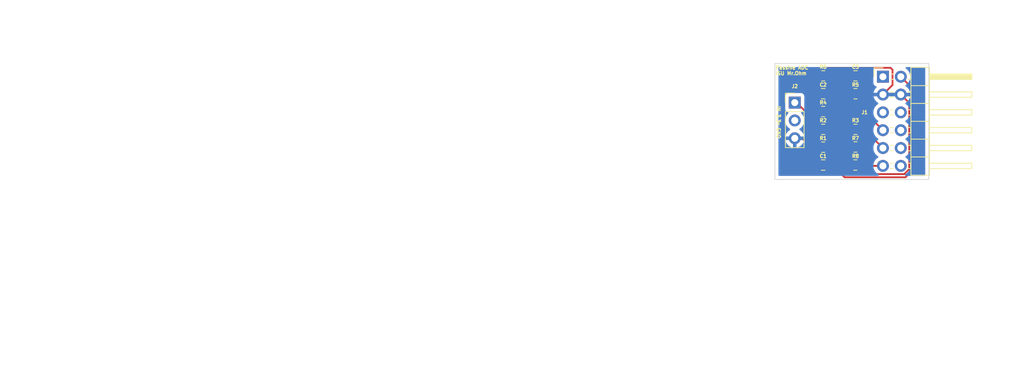
<source format=kicad_pcb>
(kicad_pcb (version 20211014) (generator pcbnew)
  (layers (0 "F.Cu" signal) (1 "In1.Cu" signal) (2 "In2.Cu" signal) (31 "B.Cu" signal) (34 "B.Paste" user) (35 "F.Paste" user) (36 "B.SilkS" user "B.Silkscreen") (37 "F.SilkS" user "F.Silkscreen") (38 "B.Mask" user) (39 "F.Mask" user) (44 "Edge.Cuts" user))
  (net 0 "")
  (net 1 "Net-(C1-Pad1)")
  (net 2 "GND")
  (net 3 "Net-(C2-Pad1)")
  (net 4 "Net-(C3-Pad2)")
  (net 5 "/3.3V")
  (net 9 "/FPGA-OUT")
  (net 11 "/FPGA-IN")
  (net 13 "/Sensor-IN")
  (net 14 "Net-(R2-Pad2)")
  (net 15 "/FPGA-REF")
  (footprint "Capacitor_SMD:C_0805_2012Metric_Pad1.18x1.45mm_HandSolder" (layer "F.Cu") (at 148.0605 79.248 180)
    (fp_text reference "C2" (at 0 1.27) (layer "F.SilkS") (effects (font (size 0.5 0.5) (thickness 0.125))))
    (fp_text value "470p")
    (fp_line (start -0.261252 -0.735) (end 0.261252 -0.735) (layer "F.SilkS") (width 0.12))
    (fp_line (start -0.261252 0.735) (end 0.261252 0.735) (layer "F.SilkS") (width 0.12))
    (pad "1" smd roundrect (at -1.0375 0 180) (size 1.175 1.45) (layers "F.Cu" "F.Paste" "F.Mask") (roundrect_rratio 0.2127659574) (net 3 "Net-(C2-Pad1)"))
    (pad "2" smd roundrect (at 1.0375 0 180) (size 1.175 1.45) (layers "F.Cu" "F.Paste" "F.Mask") (roundrect_rratio 0.2127659574) (net 2 "GND"))
  )
  (footprint "Resistor_SMD:R_0805_2012Metric_Pad1.20x1.40mm_HandSolder" (layer "F.Cu") (at 152.654 79.248)
    (fp_text reference "R5" (at 0 -1.27) (layer "F.SilkS") (effects (font (size 0.5 0.5) (thickness 0.125))))
    (fp_text value "8k")
    (fp_line (start -0.227064 0.735) (end 0.227064 0.735) (layer "F.SilkS") (width 0.12))
    (fp_line (start -0.227064 -0.735) (end 0.227064 -0.735) (layer "F.SilkS") (width 0.12))
    (pad "1" smd roundrect (at -1 0) (size 1.2 1.4) (layers "F.Cu" "F.Paste" "F.Mask") (roundrect_rratio 0.2083333333) (net 3 "Net-(C2-Pad1)"))
    (pad "2" smd roundrect (at 1 0) (size 1.2 1.4) (layers "F.Cu" "F.Paste" "F.Mask") (roundrect_rratio 0.2083333333) (net 9 "/FPGA-OUT"))
  )
  (footprint "Resistor_SMD:R_0805_2012Metric_Pad1.20x1.40mm_HandSolder" (layer "F.Cu") (at 152.654 84.328 180)
    (fp_text reference "R3" (at 0 1.27) (layer "F.SilkS") (effects (font (size 0.5 0.5) (thickness 0.125))))
    (fp_text value "15k")
    (fp_line (start -0.227064 -0.735) (end 0.227064 -0.735) (layer "F.SilkS") (width 0.12))
    (fp_line (start -0.227064 0.735) (end 0.227064 0.735) (layer "F.SilkS") (width 0.12))
    (pad "1" smd roundrect (at -1 0 180) (size 1.2 1.4) (layers "F.Cu" "F.Paste" "F.Mask") (roundrect_rratio 0.2083333333) (net 11 "/FPGA-IN"))
    (pad "2" smd roundrect (at 1 0 180) (size 1.2 1.4) (layers "F.Cu" "F.Paste" "F.Mask") (roundrect_rratio 0.2083333333) (net 14 "Net-(R2-Pad2)"))
  )
  (footprint "Resistor_SMD:R_0805_2012Metric_Pad1.20x1.40mm_HandSolder" (layer "F.Cu") (at 148.0765 76.708)
    (fp_text reference "R6" (at -0.016 -1.27) (layer "F.SilkS") (effects (font (size 0.5 0.5) (thickness 0.125))))
    (fp_text value "1.1k")
    (fp_line (start -0.227064 -0.735) (end 0.227064 -0.735) (layer "F.SilkS") (width 0.12))
    (fp_line (start -0.227064 0.735) (end 0.227064 0.735) (layer "F.SilkS") (width 0.12))
    (pad "1" smd roundrect (at -1 0) (size 1.2 1.4) (layers "F.Cu" "F.Paste" "F.Mask") (roundrect_rratio 0.2083333333) (net 2 "GND"))
    (pad "2" smd roundrect (at 1 0) (size 1.2 1.4) (layers "F.Cu" "F.Paste" "F.Mask") (roundrect_rratio 0.2083333333) (net 4 "Net-(C3-Pad2)"))
  )
  (footprint "Connector_PinHeader_2.54mm:PinHeader_1x03_P2.54mm_Vertical" (layer "F.Cu") (at 144.018 80.518)
    (fp_text reference "J2" (at 0 -2.33) (layer "F.SilkS") (effects (font (size 0.5 0.5) (thickness 0.125))))
    (fp_text value "ADC Terminal")
    (fp_line (start -1.33 1.27) (end -1.33 6.41) (layer "F.SilkS") (width 0.12))
    (fp_line (start -1.33 1.27) (end 1.33 1.27) (layer "F.SilkS") (width 0.12))
    (fp_line (start -1.33 -1.33) (end 0 -1.33) (layer "F.SilkS") (width 0.12))
    (fp_line (start 1.33 1.27) (end 1.33 6.41) (layer "F.SilkS") (width 0.12))
    (fp_line (start -1.33 6.41) (end 1.33 6.41) (layer "F.SilkS") (width 0.12))
    (fp_line (start -1.33 0) (end -1.33 -1.33) (layer "F.SilkS") (width 0.12))
    (pad "1" thru_hole rect (at 0 0) (size 1.7 1.7) (drill 1) (layers *.Cu *.Mask) (net 13 "/Sensor-IN"))
    (pad "2" thru_hole oval (at 0 2.54) (size 1.7 1.7) (drill 1) (layers *.Cu *.Mask) (net 5 "/3.3V"))
    (pad "3" thru_hole oval (at 0 5.08) (size 1.7 1.7) (drill 1) (layers *.Cu *.Mask) (net 2 "GND"))
  )
  (footprint "Resistor_SMD:R_0805_2012Metric_Pad1.20x1.40mm_HandSolder" (layer "F.Cu") (at 152.654 86.84)
    (fp_text reference "R7" (at 0 -1.242) (layer "F.SilkS") (effects (font (size 0.5 0.5) (thickness 0.125))))
    (fp_text value "6.8k")
    (fp_line (start -0.227064 0.735) (end 0.227064 0.735) (layer "F.SilkS") (width 0.12))
    (fp_line (start -0.227064 -0.735) (end 0.227064 -0.735) (layer "F.SilkS") (width 0.12))
    (pad "1" smd roundrect (at -1 0) (size 1.2 1.4) (layers "F.Cu" "F.Paste" "F.Mask") (roundrect_rratio 0.2083333333) (net 5 "/3.3V"))
    (pad "2" smd roundrect (at 1 0) (size 1.2 1.4) (layers "F.Cu" "F.Paste" "F.Mask") (roundrect_rratio 0.2083333333) (net 15 "/FPGA-REF"))
  )
  (footprint "Resistor_SMD:R_0805_2012Metric_Pad1.20x1.40mm_HandSolder" (layer "F.Cu") (at 148.0605 86.868)
    (fp_text reference "R1" (at 0 -1.27) (layer "F.SilkS") (effects (font (size 0.5 0.5) (thickness 0.125))))
    (fp_text value "100")
    (fp_line (start -0.227064 -0.735) (end 0.227064 -0.735) (layer "F.SilkS") (width 0.12))
    (fp_line (start -0.227064 0.735) (end 0.227064 0.735) (layer "F.SilkS") (width 0.12))
    (pad "1" smd roundrect (at -1 0) (size 1.2 1.4) (layers "F.Cu" "F.Paste" "F.Mask") (roundrect_rratio 0.2083333333) (net 13 "/Sensor-IN"))
    (pad "2" smd roundrect (at 1 0) (size 1.2 1.4) (layers "F.Cu" "F.Paste" "F.Mask") (roundrect_rratio 0.2083333333) (net 1 "Net-(C1-Pad1)"))
  )
  (footprint "Capacitor_SMD:C_0805_2012Metric_Pad1.18x1.45mm_HandSolder" (layer "F.Cu") (at 152.654 76.708 180)
    (fp_text reference "C3" (at 0 1.27) (layer "F.SilkS") (effects (font (size 0.5 0.5) (thickness 0.125))))
    (fp_text value "68p")
    (fp_line (start -0.261252 -0.735) (end 0.261252 -0.735) (layer "F.SilkS") (width 0.12))
    (fp_line (start -0.261252 0.735) (end 0.261252 0.735) (layer "F.SilkS") (width 0.12))
    (pad "1" smd roundrect (at -1.0375 0 180) (size 1.175 1.45) (layers "F.Cu" "F.Paste" "F.Mask") (roundrect_rratio 0.2127659574) (net 9 "/FPGA-OUT"))
    (pad "2" smd roundrect (at 1.0375 0 180) (size 1.175 1.45) (layers "F.Cu" "F.Paste" "F.Mask") (roundrect_rratio 0.2127659574) (net 4 "Net-(C3-Pad2)"))
  )
  (footprint "Resistor_SMD:R_0805_2012Metric_Pad1.20x1.40mm_HandSolder" (layer "F.Cu") (at 152.638 89.408 180)
    (fp_text reference "R8" (at -0.016 1.27) (layer "F.SilkS") (effects (font (size 0.5 0.5) (thickness 0.125))))
    (fp_text value "3.3k")
    (fp_line (start -0.227064 -0.735) (end 0.227064 -0.735) (layer "F.SilkS") (width 0.12))
    (fp_line (start -0.227064 0.735) (end 0.227064 0.735) (layer "F.SilkS") (width 0.12))
    (pad "1" smd roundrect (at -1 0 180) (size 1.2 1.4) (layers "F.Cu" "F.Paste" "F.Mask") (roundrect_rratio 0.2083333333) (net 15 "/FPGA-REF"))
    (pad "2" smd roundrect (at 1 0 180) (size 1.2 1.4) (layers "F.Cu" "F.Paste" "F.Mask") (roundrect_rratio 0.2083333333) (net 2 "GND"))
  )
  (footprint "Connector_PinHeader_2.54mm:PinHeader_2x06_P2.54mm_Horizontal" (layer "F.Cu") (at 156.562 76.828951)
    (fp_text reference "J1" (at -2.61 5.08) (layer "F.SilkS") (effects (font (size 0.5 0.5) (thickness 0.125))))
    (fp_text value "FPGA Terminal")
    (fp_line (start 12.64 4.7) (end 12.64 5.46) (layer "F.SilkS") (width 0.12))
    (fp_line (start 3.582929 7.24) (end 3.98 7.24) (layer "F.SilkS") (width 0.12))
    (fp_line (start 1.042929 2.16) (end 1.497071 2.16) (layer "F.SilkS") (width 0.12))
    (fp_line (start 12.64 10.54) (end 6.64 10.54) (layer "F.SilkS") (width 0.12))
    (fp_line (start 6.64 -1.33) (end 3.98 -1.33) (layer "F.SilkS") (width 0.12))
    (fp_line (start 1.042929 2.92) (end 1.497071 2.92) (layer "F.SilkS") (width 0.12))
    (fp_line (start 3.98 3.81) (end 6.64 3.81) (layer "F.SilkS") (width 0.12))
    (fp_line (start 12.64 2.16) (end 12.64 2.92) (layer "F.SilkS") (width 0.12))
    (fp_line (start 6.64 12.32) (end 12.64 12.32) (layer "F.SilkS") (width 0.12))
    (fp_line (start 6.64 0.04) (end 12.64 0.04) (layer "F.SilkS") (width 0.12))
    (fp_line (start 6.64 7.24) (end 12.64 7.24) (layer "F.SilkS") (width 0.12))
    (fp_line (start 3.582929 4.7) (end 3.98 4.7) (layer "F.SilkS") (width 0.12))
    (fp_line (start 3.98 6.35) (end 6.64 6.35) (layer "F.SilkS") (width 0.12))
    (fp_line (start 6.64 4.7) (end 12.64 4.7) (layer "F.SilkS") (width 0.12))
    (fp_line (start -1.27 0) (end -1.27 -1.27) (layer "F.SilkS") (width 0.12))
    (fp_line (start 6.64 -0.2) (end 12.64 -0.2) (layer "F.SilkS") (width 0.12))
    (fp_line (start 3.582929 2.16) (end 3.98 2.16) (layer "F.SilkS") (width 0.12))
    (fp_line (start 3.582929 -0.38) (end 3.98 -0.38) (layer "F.SilkS") (width 0.12))
    (fp_line (start 12.64 12.32) (end 12.64 13.08) (layer "F.SilkS") (width 0.12))
    (fp_line (start 3.582929 9.78) (end 3.98 9.78) (layer "F.SilkS") (width 0.12))
    (fp_line (start 12.64 8) (end 6.64 8) (layer "F.SilkS") (width 0.12))
    (fp_line (start 1.042929 7.24) (end 1.497071 7.24) (layer "F.SilkS") (width 0.12))
    (fp_line (start 6.64 0.16) (end 12.64 0.16) (layer "F.SilkS") (width 0.12))
    (fp_line (start 6.64 9.78) (end 12.64 9.78) (layer "F.SilkS") (width 0.12))
    (fp_line (start 3.98 11.43) (end 6.64 11.43) (layer "F.SilkS") (width 0.12))
    (fp_line (start 3.582929 13.08) (end 3.98 13.08) (layer "F.SilkS") (width 0.12))
    (fp_line (start 1.042929 9.78) (end 1.497071 9.78) (layer "F.SilkS") (width 0.12))
    (fp_line (start 3.98 -1.33) (end 3.98 14.03) (layer "F.SilkS") (width 0.12))
    (fp_line (start 6.64 0.28) (end 12.64 0.28) (layer "F.SilkS") (width 0.12))
    (fp_line (start 1.042929 5.46) (end 1.497071 5.46) (layer "F.SilkS") (width 0.12))
    (fp_line (start 3.98 1.27) (end 6.64 1.27) (layer "F.SilkS") (width 0.12))
    (fp_line (start 12.64 9.78) (end 12.64 10.54) (layer "F.SilkS") (width 0.12))
    (fp_line (start 12.64 5.46) (end 6.64 5.46) (layer "F.SilkS") (width 0.12))
    (fp_line (start 12.64 7.24) (end 12.64 8) (layer "F.SilkS") (width 0.12))
    (fp_line (start 3.582929 12.32) (end 3.98 12.32) (layer "F.SilkS") (width 0.12))
    (fp_line (start 12.64 -0.38) (end 12.64 0.38) (layer "F.SilkS") (width 0.12))
    (fp_line (start 1.11 0.38) (end 1.497071 0.38) (layer "F.SilkS") (width 0.12))
    (fp_line (start 1.042929 13.08) (end 1.497071 13.08) (layer "F.SilkS") (width 0.12))
    (fp_line (start 3.98 8.89) (end 6.64 8.89) (layer "F.SilkS") (width 0.12))
    (fp_line (start 3.582929 10.54) (end 3.98 10.54) (layer "F.SilkS") (width 0.12))
    (fp_line (start 3.98 14.03) (end 6.64 14.03) (layer "F.SilkS") (width 0.12))
    (fp_line (start 12.64 13.08) (end 6.64 13.08) (layer "F.SilkS") (width 0.12))
    (fp_line (start 3.582929 8) (end 3.98 8) (layer "F.SilkS") (width 0.12))
    (fp_line (start 1.042929 10.54) (end 1.497071 10.54) (layer "F.SilkS") (width 0.12))
    (fp_line (start 1.042929 4.7) (end 1.497071 4.7) (layer "F.SilkS") (width 0.12))
    (fp_line (start 1.042929 8) (end 1.497071 8) (layer "F.SilkS") (width 0.12))
    (fp_line (start 6.64 -0.32) (end 12.64 -0.32) (layer "F.SilkS") (width 0.12))
    (fp_line (start 3.582929 2.92) (end 3.98 2.92) (layer "F.SilkS") (width 0.12))
    (fp_line (start 6.64 14.03) (end 6.64 -1.33) (layer "F.SilkS") (width 0.12))
    (fp_line (start 3.582929 5.46) (end 3.98 5.46) (layer "F.SilkS") (width 0.12))
    (fp_line (start 12.64 0.38) (end 6.64 0.38) (layer "F.SilkS") (width 0.12))
    (fp_line (start -1.27 -1.27) (end 0 -1.27) (layer "F.SilkS") (width 0.12))
    (fp_line (start 12.64 2.92) (end 6.64 2.92) (layer "F.SilkS") (width 0.12))
    (fp_line (start 1.042929 12.32) (end 1.497071 12.32) (layer "F.SilkS") (width 0.12))
    (fp_line (start 6.64 -0.08) (end 12.64 -0.08) (layer "F.SilkS") (width 0.12))
    (fp_line (start 1.11 -0.38) (end 1.497071 -0.38) (layer "F.SilkS") (width 0.12))
    (fp_line (start 6.64 -0.38) (end 12.64 -0.38) (layer "F.SilkS") (width 0.12))
    (fp_line (start 3.582929 0.38) (end 3.98 0.38) (layer "F.SilkS") (width 0.12))
    (fp_line (start 6.64 2.16) (end 12.64 2.16) (layer "F.SilkS") (width 0.12))
    (pad "1" thru_hole rect (at 0 0) (size 1.7 1.7) (drill 1) (layers *.Cu *.Mask) (net 5 "/3.3V"))
    (pad "2" thru_hole oval (at 2.54 0) (size 1.7 1.7) (drill 1) (layers *.Cu *.Mask) (net 5 "/3.3V"))
    (pad "3" thru_hole oval (at 0 2.54) (size 1.7 1.7) (drill 1) (layers *.Cu *.Mask) (net 2 "GND"))
    (pad "4" thru_hole oval (at 2.54 2.54) (size 1.7 1.7) (drill 1) (layers *.Cu *.Mask) (net 2 "GND"))
    (pad "5" thru_hole oval (at 0 5.08) (size 1.7 1.7) (drill 1) (layers *.Cu *.Mask))
    (pad "6" thru_hole oval (at 2.54 5.08) (size 1.7 1.7) (drill 1) (layers *.Cu *.Mask))
    (pad "7" thru_hole oval (at 0 7.62) (size 1.7 1.7) (drill 1) (layers *.Cu *.Mask) (net 9 "/FPGA-OUT"))
    (pad "8" thru_hole oval (at 2.54 7.62) (size 1.7 1.7) (drill 1) (layers *.Cu *.Mask))
    (pad "9" thru_hole oval (at 0 10.16) (size 1.7 1.7) (drill 1) (layers *.Cu *.Mask) (net 11 "/FPGA-IN"))
    (pad "10" thru_hole oval (at 2.54 10.16) (size 1.7 1.7) (drill 1) (layers *.Cu *.Mask))
    (pad "11" thru_hole oval (at 0 12.7) (size 1.7 1.7) (drill 1) (layers *.Cu *.Mask) (net 15 "/FPGA-REF"))
    (pad "12" thru_hole oval (at 2.54 12.7) (size 1.7 1.7) (drill 1) (layers *.Cu *.Mask))
  )
  (footprint "Resistor_SMD:R_0805_2012Metric_Pad1.20x1.40mm_HandSolder" (layer "F.Cu") (at 148.0605 84.328)
    (fp_text reference "R2" (at 0 -1.27) (layer "F.SilkS") (effects (font (size 0.5 0.5) (thickness 0.125))))
    (fp_text value "18k")
    (fp_line (start -0.227064 -0.735) (end 0.227064 -0.735) (layer "F.SilkS") (width 0.12))
    (fp_line (start -0.227064 0.735) (end 0.227064 0.735) (layer "F.SilkS") (width 0.12))
    (pad "1" smd roundrect (at -1 0) (size 1.2 1.4) (layers "F.Cu" "F.Paste" "F.Mask") (roundrect_rratio 0.2083333333) (net 1 "Net-(C1-Pad1)"))
    (pad "2" smd roundrect (at 1 0) (size 1.2 1.4) (layers "F.Cu" "F.Paste" "F.Mask") (roundrect_rratio 0.2083333333) (net 14 "Net-(R2-Pad2)"))
  )
  (footprint "Resistor_SMD:R_0805_2012Metric_Pad1.20x1.40mm_HandSolder" (layer "F.Cu") (at 148.0605 81.788)
    (fp_text reference "R4" (at 0 -1.27) (layer "F.SilkS") (effects (font (size 0.5 0.5) (thickness 0.125))))
    (fp_text value "15k")
    (fp_line (start -0.227064 -0.735) (end 0.227064 -0.735) (layer "F.SilkS") (width 0.12))
    (fp_line (start -0.227064 0.735) (end 0.227064 0.735) (layer "F.SilkS") (width 0.12))
    (pad "1" smd roundrect (at -1 0) (size 1.2 1.4) (layers "F.Cu" "F.Paste" "F.Mask") (roundrect_rratio 0.2083333333) (net 14 "Net-(R2-Pad2)"))
    (pad "2" smd roundrect (at 1 0) (size 1.2 1.4) (layers "F.Cu" "F.Paste" "F.Mask") (roundrect_rratio 0.2083333333) (net 3 "Net-(C2-Pad1)"))
  )
  (footprint "Capacitor_SMD:C_0805_2012Metric_Pad1.18x1.45mm_HandSolder" (layer "F.Cu") (at 148.0605 89.408)
    (fp_text reference "C1" (at 0 -1.27) (layer "F.SilkS") (effects (font (size 0.5 0.5) (thickness 0.125))))
    (fp_text value ".1u")
    (fp_line (start -0.261252 -0.735) (end 0.261252 -0.735) (layer "F.SilkS") (width 0.12))
    (fp_line (start -0.261252 0.735) (end 0.261252 0.735) (layer "F.SilkS") (width 0.12))
    (pad "1" smd roundrect (at -1.0375 0) (size 1.175 1.45) (layers "F.Cu" "F.Paste" "F.Mask") (roundrect_rratio 0.2127659574) (net 1 "Net-(C1-Pad1)"))
    (pad "2" smd roundrect (at 1.0375 0) (size 1.175 1.45) (layers "F.Cu" "F.Paste" "F.Mask") (roundrect_rratio 0.2127659574) (net 2 "GND"))
  )
  (gr_rect (start 141.189 74.942) (end 163.09 91.466) (layer "Edge.Cuts") (width 0.1) (fill none))
  (gr_text "Passive ADC\nISU Mr.Ohm \n" (at 141.224 75.946) (layer "F.SilkS") (effects (font (size 0.5 0.5) (thickness 0.125)) (justify left)))
  (gr_text "IN 3.3v GND" (at 141.732 83.312 270) (layer "F.SilkS") (effects (font (size 0.5 0.5) (thickness 0.125))))
  (segment (start 147.0605 84.328) (end 147.0605 84.868) (width 0.25) (layer "F.Cu") (net 1))
  (segment (start 149.0605 87.3705) (end 147.023 89.408) (width 0.25) (layer "F.Cu") (net 1))
  (segment (start 147.0605 84.868) (end 149.0605 86.868) (width 0.25) (layer "F.Cu") (net 1))
  (segment (start 149.0605 86.868) (end 149.0605 87.3705) (width 0.25) (layer "F.Cu") (net 1))
  (segment (start 147.0765 76.708) (end 147.0765 79.1945) (width 0.25) (layer "F.Cu") (net 2))
  (segment (start 152.933951 90.703951) (end 151.638 89.408) (width 0.25) (layer "F.Cu") (net 2))
  (segment (start 149.098 89.408) (end 147.828 90.678) (width 0.25) (layer "F.Cu") (net 2))
  (segment (start 156.562 79.368951) (end 157.927 78.003951) (width 0.25) (layer "F.Cu") (net 2))
  (segment (start 147.0765 79.1945) (end 147.023 79.248) (width 0.25) (layer "F.Cu") (net 2))
  (segment (start 148.225549 75.558951) (end 147.0765 76.708) (width 0.25) (layer "F.Cu") (net 2))
  (segment (start 145.796 86.36) (end 145.034 85.598) (width 0.25) (layer "F.Cu") (net 2))
  (segment (start 146.0285 90.678) (end 145.796 90.4455) (width 0.25) (layer "F.Cu") (net 2))
  (segment (start 157.927 78.003951) (end 157.927 75.843951) (width 0.25) (layer "F.Cu") (net 2))
  (segment (start 159.588701 90.703951) (end 152.933951 90.703951) (width 0.25) (layer "F.Cu") (net 2))
  (segment (start 157.927 75.843951) (end 157.642 75.558951) (width 0.25) (layer "F.Cu") (net 2))
  (segment (start 145.796 90.4455) (end 145.796 86.36) (width 0.25) (layer "F.Cu") (net 2))
  (segment (start 160.302 89.990652) (end 159.588701 90.703951) (width 0.25) (layer "F.Cu") (net 2))
  (segment (start 160.302 80.568951) (end 160.302 89.990652) (width 0.25) (layer "F.Cu") (net 2))
  (segment (start 148.225549 75.558951) (end 157.642 75.558951) (width 0.25) (layer "F.Cu") (net 2))
  (segment (start 145.034 85.598) (end 144.018 85.598) (width 0.25) (layer "F.Cu") (net 2))
  (segment (start 147.828 90.678) (end 146.0285 90.678) (width 0.25) (layer "F.Cu") (net 2))
  (segment (start 159.102 79.368951) (end 160.302 80.568951) (width 0.25) (layer "F.Cu") (net 2))
  (segment (start 149.098 81.7505) (end 149.0605 81.788) (width 0.25) (layer "F.Cu") (net 3))
  (segment (start 149.098 79.248) (end 151.654 79.248) (width 0.25) (layer "F.Cu") (net 3))
  (segment (start 149.098 79.248) (end 149.098 81.7505) (width 0.25) (layer "F.Cu") (net 3))
  (segment (start 149.0765 76.708) (end 151.6165 76.708) (width 0.25) (layer "F.Cu") (net 4))
  (segment (start 160.81 78.536951) (end 159.102 76.828951) (width 0.25) (layer "F.Cu") (net 5))
  (segment (start 150.368 90.424) (end 151.097951 91.153951) (width 0.25) (layer "F.Cu") (net 5))
  (segment (start 151.654 87.106) (end 150.368 88.392) (width 0.25) (layer "F.Cu") (net 5))
  (segment (start 151.654 86.84) (end 151.654 87.106) (width 0.25) (layer "F.Cu") (net 5))
  (segment (start 151.097951 91.153951) (end 159.775097 91.153951) (width 0.25) (layer "F.Cu") (net 5))
  (segment (start 159.775097 91.153951) (end 160.81 90.119048) (width 0.25) (layer "F.Cu") (net 5))
  (segment (start 150.368 88.392) (end 150.368 90.424) (width 0.25) (layer "F.Cu") (net 5))
  (segment (start 160.81 90.119048) (end 160.81 78.536951) (width 0.25) (layer "F.Cu") (net 5))
  (segment (start 153.654 81.540951) (end 153.654 79.248) (width 0.25) (layer "F.Cu") (net 9))
  (segment (start 153.654 79.248) (end 153.654 76.7455) (width 0.25) (layer "F.Cu") (net 9))
  (segment (start 156.562 84.448951) (end 153.654 81.540951) (width 0.25) (layer "F.Cu") (net 9))
  (segment (start 153.654 76.7455) (end 153.6915 76.708) (width 0.25) (layer "F.Cu") (net 9))
  (segment (start 153.654 76.767) (end 153.713 76.708) (width 0.25) (layer "F.Cu") (net 9))
  (segment (start 156.562 86.988951) (end 153.901049 84.328) (width 0.25) (layer "F.Cu") (net 11))
  (segment (start 153.901049 84.328) (end 153.654 84.328) (width 0.25) (layer "F.Cu") (net 11))
  (segment (start 144.272 80.518) (end 144.018 80.518) (width 0.25) (layer "F.Cu") (net 13))
  (segment (start 146.05 82.296) (end 144.272 80.518) (width 0.25) (layer "F.Cu") (net 13))
  (segment (start 147.0605 86.868) (end 146.05 85.8575) (width 0.25) (layer "F.Cu") (net 13))
  (segment (start 146.05 85.8575) (end 146.05 82.296) (width 0.25) (layer "F.Cu") (net 13))
  (segment (start 147.0605 81.788) (end 147.0605 82.328) (width 0.25) (layer "F.Cu") (net 14))
  (segment (start 147.0605 82.328) (end 149.0605 84.328) (width 0.25) (layer "F.Cu") (net 14))
  (segment (start 149.0605 84.328) (end 151.654 84.328) (width 0.25) (layer "F.Cu") (net 14))
  (segment (start 156.562 89.528951) (end 153.758951 89.528951) (width 0.25) (layer "F.Cu") (net 15))
  (segment (start 153.758951 89.528951) (end 153.638 89.408) (width 0.25) (layer "F.Cu") (net 15))
  (segment (start 153.654 86.84) (end 153.654 89.392) (width 0.25) (layer "F.Cu") (net 15))
  (segment (start 153.654 89.392) (end 153.638 89.408) (width 0.25) (layer "F.Cu") (net 15))
  (zone (net 2) (net_name "GND") (layer "B.Cu") (connect_pads (clearance 0.508)) (min_thickness 0.254) (fill yes (thermal_gap 0.508) (thermal_bridge_width 0.508))
    (polygon (pts (xy 176.649282 119.251815) (xy 104.899282 119.261815) (xy 104.893632 65.901316) (xy 176.633632 65.901316)))
  )
)
</source>
